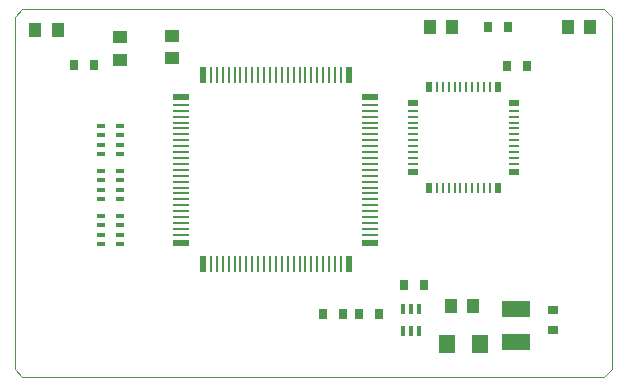
<source format=gtp>
G75*
%MOIN*%
%OFA0B0*%
%FSLAX25Y25*%
%IPPOS*%
%LPD*%
%AMOC8*
5,1,8,0,0,1.08239X$1,22.5*
%
%ADD10C,0.00000*%
%ADD11R,0.04118X0.04906*%
%ADD12R,0.05299X0.06087*%
%ADD13R,0.09630X0.05299*%
%ADD14R,0.04906X0.04118*%
%ADD15R,0.03150X0.03543*%
%ADD16R,0.03543X0.03150*%
%ADD17R,0.03150X0.01575*%
%ADD18R,0.05402X0.02016*%
%ADD19R,0.05654X0.01008*%
%ADD20R,0.02016X0.05402*%
%ADD21R,0.01008X0.05654*%
%ADD22R,0.03465X0.01890*%
%ADD23R,0.03701X0.00945*%
%ADD24R,0.01890X0.03465*%
%ADD25R,0.00945X0.03701*%
%ADD26R,0.01260X0.03819*%
D10*
X0005500Y0013000D02*
X0003000Y0015500D01*
X0003000Y0133000D01*
X0005500Y0135500D01*
X0199500Y0135500D01*
X0202000Y0133000D01*
X0202000Y0015500D01*
X0199500Y0013000D01*
X0005500Y0013000D01*
D11*
X0148260Y0036500D03*
X0155740Y0036500D03*
X0148740Y0129500D03*
X0141260Y0129500D03*
X0187260Y0129500D03*
X0194740Y0129500D03*
X0017240Y0128500D03*
X0009760Y0128500D03*
D12*
X0146988Y0024000D03*
X0158012Y0024000D03*
D13*
X0170000Y0024488D03*
X0170000Y0035512D03*
D14*
X0055500Y0119260D03*
X0055500Y0126740D03*
X0038000Y0126240D03*
X0038000Y0118760D03*
D15*
X0029346Y0117000D03*
X0022654Y0117000D03*
X0132654Y0043500D03*
X0139346Y0043500D03*
X0124346Y0034000D03*
X0117654Y0034000D03*
X0112346Y0034000D03*
X0105654Y0034000D03*
X0167154Y0116500D03*
X0173846Y0116500D03*
X0167346Y0129500D03*
X0160654Y0129500D03*
D16*
X0182500Y0035346D03*
X0182500Y0028654D03*
D17*
X0038150Y0057276D03*
X0038150Y0060425D03*
X0038150Y0063575D03*
X0038150Y0066724D03*
X0031850Y0066724D03*
X0031850Y0063575D03*
X0031850Y0060425D03*
X0031850Y0057276D03*
X0031850Y0072276D03*
X0031850Y0075425D03*
X0031850Y0078575D03*
X0031850Y0081724D03*
X0038150Y0081724D03*
X0038150Y0078575D03*
X0038150Y0075425D03*
X0038150Y0072276D03*
X0038150Y0087276D03*
X0038150Y0090425D03*
X0038150Y0093575D03*
X0038150Y0096724D03*
X0031850Y0096724D03*
X0031850Y0093575D03*
X0031850Y0090425D03*
X0031850Y0087276D03*
D18*
X0058504Y0106252D03*
X0121496Y0106252D03*
X0121496Y0057748D03*
X0058504Y0057748D03*
D19*
X0058504Y0060346D03*
X0058504Y0062315D03*
X0058504Y0064283D03*
X0058504Y0066252D03*
X0058504Y0068220D03*
X0058504Y0070189D03*
X0058504Y0072157D03*
X0058504Y0074126D03*
X0058504Y0076094D03*
X0058504Y0078063D03*
X0058504Y0080031D03*
X0058504Y0082000D03*
X0058504Y0083969D03*
X0058504Y0085937D03*
X0058504Y0087906D03*
X0058504Y0089874D03*
X0058504Y0091843D03*
X0058504Y0093811D03*
X0058504Y0095780D03*
X0058504Y0097748D03*
X0058504Y0099717D03*
X0058504Y0101685D03*
X0058504Y0103654D03*
X0121496Y0103654D03*
X0121496Y0101685D03*
X0121496Y0099717D03*
X0121496Y0097748D03*
X0121496Y0095780D03*
X0121496Y0093811D03*
X0121496Y0091843D03*
X0121496Y0089874D03*
X0121496Y0087906D03*
X0121496Y0085937D03*
X0121496Y0083969D03*
X0121496Y0082000D03*
X0121496Y0080031D03*
X0121496Y0078063D03*
X0121496Y0076094D03*
X0121496Y0074126D03*
X0121496Y0072157D03*
X0121496Y0070189D03*
X0121496Y0068220D03*
X0121496Y0066252D03*
X0121496Y0064283D03*
X0121496Y0062315D03*
X0121496Y0060346D03*
D20*
X0114252Y0050504D03*
X0065748Y0050504D03*
X0065748Y0113496D03*
X0114252Y0113496D03*
D21*
X0111654Y0113496D03*
X0109685Y0113496D03*
X0107717Y0113496D03*
X0105748Y0113496D03*
X0103780Y0113496D03*
X0101811Y0113496D03*
X0099843Y0113496D03*
X0097874Y0113496D03*
X0095906Y0113496D03*
X0093937Y0113496D03*
X0091969Y0113496D03*
X0090000Y0113496D03*
X0088031Y0113496D03*
X0086063Y0113496D03*
X0084094Y0113496D03*
X0082126Y0113496D03*
X0080157Y0113496D03*
X0078189Y0113496D03*
X0076220Y0113496D03*
X0074252Y0113496D03*
X0072283Y0113496D03*
X0070315Y0113496D03*
X0068346Y0113496D03*
X0068346Y0050504D03*
X0070315Y0050504D03*
X0072283Y0050504D03*
X0074252Y0050504D03*
X0076220Y0050504D03*
X0078189Y0050504D03*
X0080157Y0050504D03*
X0082126Y0050504D03*
X0084094Y0050504D03*
X0086063Y0050504D03*
X0088031Y0050504D03*
X0090000Y0050504D03*
X0091969Y0050504D03*
X0093937Y0050504D03*
X0095906Y0050504D03*
X0097874Y0050504D03*
X0099843Y0050504D03*
X0101811Y0050504D03*
X0103780Y0050504D03*
X0105748Y0050504D03*
X0107717Y0050504D03*
X0109685Y0050504D03*
X0111654Y0050504D03*
D22*
X0135768Y0081409D03*
X0135768Y0104244D03*
X0169232Y0104244D03*
X0169232Y0081409D03*
D23*
X0169232Y0083969D03*
X0169232Y0085937D03*
X0169232Y0087906D03*
X0169232Y0089874D03*
X0169232Y0091843D03*
X0169232Y0093811D03*
X0169232Y0095780D03*
X0169232Y0097748D03*
X0169232Y0099717D03*
X0169232Y0101685D03*
X0135768Y0101685D03*
X0135768Y0099717D03*
X0135768Y0097748D03*
X0135768Y0095780D03*
X0135768Y0093811D03*
X0135768Y0091843D03*
X0135768Y0089874D03*
X0135768Y0087906D03*
X0135768Y0085937D03*
X0135768Y0083969D03*
D24*
X0141083Y0076094D03*
X0163917Y0076094D03*
X0163917Y0109559D03*
X0141083Y0109559D03*
D25*
X0143642Y0109559D03*
X0145610Y0109559D03*
X0147579Y0109559D03*
X0149547Y0109559D03*
X0151516Y0109559D03*
X0153484Y0109559D03*
X0155453Y0109559D03*
X0157421Y0109559D03*
X0159390Y0109559D03*
X0161358Y0109559D03*
X0161358Y0076094D03*
X0159390Y0076094D03*
X0157421Y0076094D03*
X0155453Y0076094D03*
X0153484Y0076094D03*
X0151516Y0076094D03*
X0149547Y0076094D03*
X0147579Y0076094D03*
X0145610Y0076094D03*
X0143642Y0076094D03*
D26*
X0137559Y0035642D03*
X0135000Y0035642D03*
X0132441Y0035642D03*
X0132441Y0028358D03*
X0135000Y0028358D03*
X0137559Y0028358D03*
M02*

</source>
